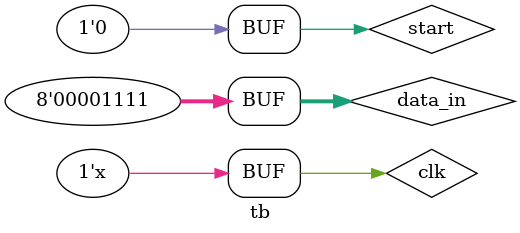
<source format=v>
`timescale 1ns / 1ps


module tb();

reg [7:0] data_in;
reg clk,start;
wire done;
wire [15:0] data_out;

booth_mul_top dut(data_in,clk,start,done,data_out);
initial begin
clk=1;
data_in = 8'd16;

start = 0;
#7;
start =1;

#6;
start=0;

#4;
data_in = 8'd15;

end

always #5 clk = ~clk;
endmodule

</source>
